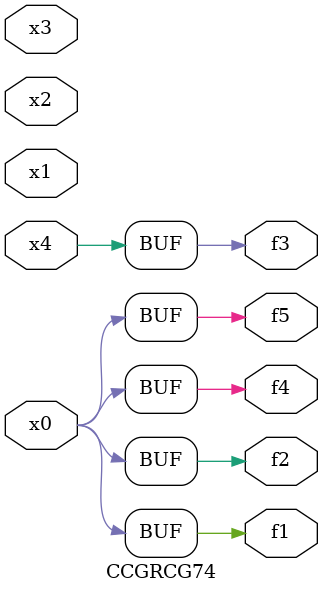
<source format=v>
module CCGRCG74(
	input x0, x1, x2, x3, x4,
	output f1, f2, f3, f4, f5
);
	assign f1 = x0;
	assign f2 = x0;
	assign f3 = x4;
	assign f4 = x0;
	assign f5 = x0;
endmodule

</source>
